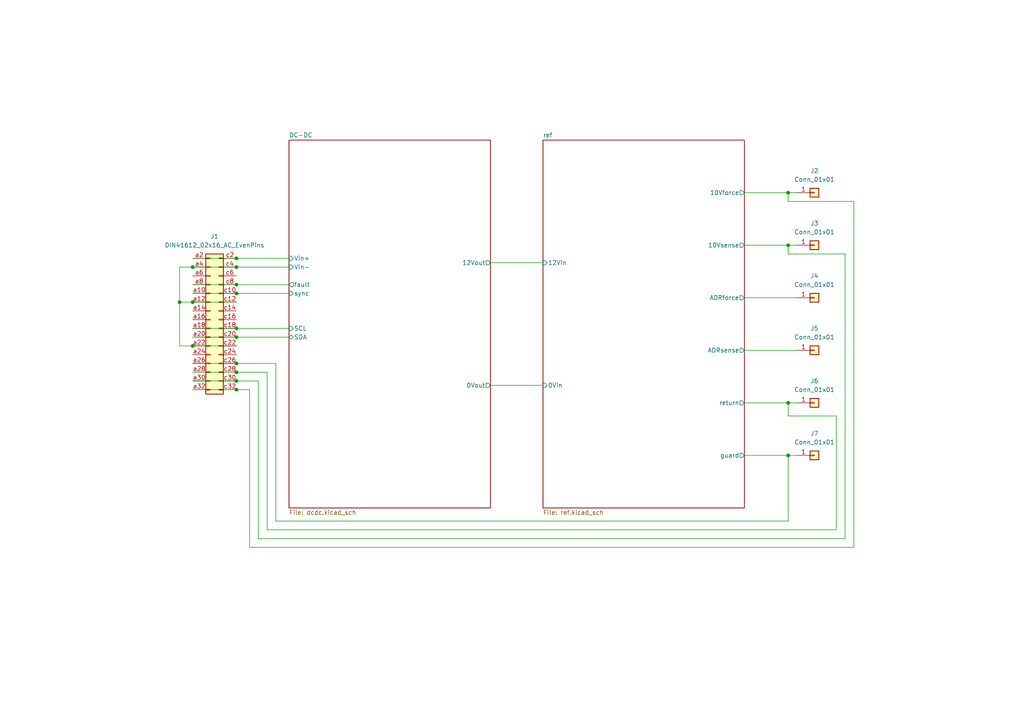
<source format=kicad_sch>
(kicad_sch (version 20211123) (generator eeschema)
  (paper "A4")
  (lib_symbols
    (symbol "Connector:DIN41612_02x16_AC_EvenPins" (pin_names (offset 1.016) hide)
      (property "Reference" "J" (at 1.27 20.32 0))
      (property "Value" "DIN41612_02x16_AC_EvenPins" (at 1.27 -22.86 0))
      (symbol "DIN41612_02x16_AC_EvenPins_1_1"
        (rectangle (start -1.27 -20.193) (end 0 -20.447) (stroke (width 0.1524)))
        (rectangle (start -1.27 -17.653) (end 0 -17.907) (stroke (width 0.1524)))
        (rectangle (start -1.27 -15.113) (end 0 -15.367) (stroke (width 0.1524)))
        (rectangle (start -1.27 -12.573) (end 0 -12.827) (stroke (width 0.1524)))
        (rectangle (start -1.27 -10.033) (end 0 -10.287) (stroke (width 0.1524)))
        (rectangle (start -1.27 -7.493) (end 0 -7.747) (stroke (width 0.1524)))
        (rectangle (start -1.27 -4.953) (end 0 -5.207) (stroke (width 0.1524)))
        (rectangle (start -1.27 -2.413) (end 0 -2.667) (stroke (width 0.1524)))
        (rectangle (start -1.27 0.127) (end 0 -0.127) (stroke (width 0.1524)))
        (rectangle (start -1.27 2.667) (end 0 2.413) (stroke (width 0.1524)))
        (rectangle (start -1.27 5.207) (end 0 4.953) (stroke (width 0.1524)))
        (rectangle (start -1.27 7.747) (end 0 7.493) (stroke (width 0.1524)))
        (rectangle (start -1.27 10.287) (end 0 10.033) (stroke (width 0.1524)))
        (rectangle (start -1.27 12.827) (end 0 12.573) (stroke (width 0.1524)))
        (rectangle (start -1.27 15.367) (end 0 15.113) (stroke (width 0.1524)))
        (rectangle (start -1.27 17.907) (end 0 17.653) (stroke (width 0.1524)))
        (rectangle (start -1.27 19.05) (end 3.81 -21.59) (stroke (width 0.254)) (fill (type background)))
        (rectangle (start 3.81 -20.193) (end 2.54 -20.447) (stroke (width 0.1524)))
        (rectangle (start 3.81 -17.653) (end 2.54 -17.907) (stroke (width 0.1524)))
        (rectangle (start 3.81 -15.113) (end 2.54 -15.367) (stroke (width 0.1524)))
        (rectangle (start 3.81 -12.573) (end 2.54 -12.827) (stroke (width 0.1524)))
        (rectangle (start 3.81 -10.033) (end 2.54 -10.287) (stroke (width 0.1524)))
        (rectangle (start 3.81 -7.493) (end 2.54 -7.747) (stroke (width 0.1524)))
        (rectangle (start 3.81 -4.953) (end 2.54 -5.207) (stroke (width 0.1524)))
        (rectangle (start 3.81 -2.413) (end 2.54 -2.667) (stroke (width 0.1524)))
        (rectangle (start 3.81 0.127) (end 2.54 -0.127) (stroke (width 0.1524)))
        (rectangle (start 3.81 2.667) (end 2.54 2.413) (stroke (width 0.1524)))
        (rectangle (start 3.81 5.207) (end 2.54 4.953) (stroke (width 0.1524)))
        (rectangle (start 3.81 7.747) (end 2.54 7.493) (stroke (width 0.1524)))
        (rectangle (start 3.81 10.287) (end 2.54 10.033) (stroke (width 0.1524)))
        (rectangle (start 3.81 12.827) (end 2.54 12.573) (stroke (width 0.1524)))
        (rectangle (start 3.81 15.367) (end 2.54 15.113) (stroke (width 0.1524)))
        (rectangle (start 3.81 17.907) (end 2.54 17.653) (stroke (width 0.1524)))
        (pin passive line (at -5.08 7.62 0) (length 3.81) (name "Pin_a10") (number "a10"))
        (pin passive line (at -5.08 5.08 0) (length 3.81) (name "Pin_a12") (number "a12"))
        (pin passive line (at -5.08 2.54 0) (length 3.81) (name "Pin_a14") (number "a14"))
        (pin passive line (at -5.08 0 0) (length 3.81) (name "Pin_a16") (number "a16"))
        (pin passive line (at -5.08 -2.54 0) (length 3.81) (name "Pin_a18") (number "a18"))
        (pin passive line (at -5.08 17.78 0) (length 3.81) (name "Pin_a2") (number "a2"))
        (pin passive line (at -5.08 -5.08 0) (length 3.81) (name "Pin_a20") (number "a20"))
        (pin passive line (at -5.08 -7.62 0) (length 3.81) (name "Pin_a22") (number "a22"))
        (pin passive line (at -5.08 -10.16 0) (length 3.81) (name "Pin_a24") (number "a24"))
        (pin passive line (at -5.08 -12.7 0) (length 3.81) (name "Pin_a26") (number "a26"))
        (pin passive line (at -5.08 -15.24 0) (length 3.81) (name "Pin_a28") (number "a28"))
        (pin passive line (at -5.08 -17.78 0) (length 3.81) (name "Pin_a30") (number "a30"))
        (pin passive line (at -5.08 -20.32 0) (length 3.81) (name "Pin_a32") (number "a32"))
        (pin passive line (at -5.08 15.24 0) (length 3.81) (name "Pin_a4") (number "a4"))
        (pin passive line (at -5.08 12.7 0) (length 3.81) (name "Pin_a6") (number "a6"))
        (pin passive line (at -5.08 10.16 0) (length 3.81) (name "Pin_a8") (number "a8"))
        (pin passive line (at 7.62 7.62 180) (length 3.81) (name "Pin_c10") (number "c10"))
        (pin passive line (at 7.62 5.08 180) (length 3.81) (name "Pin_c12") (number "c12"))
        (pin passive line (at 7.62 2.54 180) (length 3.81) (name "Pin_c14") (number "c14"))
        (pin passive line (at 7.62 0 180) (length 3.81) (name "Pin_c16") (number "c16"))
        (pin passive line (at 7.62 -2.54 180) (length 3.81) (name "Pin_c18") (number "c18"))
        (pin passive line (at 7.62 17.78 180) (length 3.81) (name "Pin_c2") (number "c2"))
        (pin passive line (at 7.62 -5.08 180) (length 3.81) (name "Pin_c20") (number "c20"))
        (pin passive line (at 7.62 -7.62 180) (length 3.81) (name "Pin_c22") (number "c22"))
        (pin passive line (at 7.62 -10.16 180) (length 3.81) (name "Pin_c24") (number "c24"))
        (pin passive line (at 7.62 -12.7 180) (length 3.81) (name "Pin_c26") (number "c26"))
        (pin passive line (at 7.62 -15.24 180) (length 3.81) (name "Pin_c28") (number "c28"))
        (pin passive line (at 7.62 -17.78 180) (length 3.81) (name "Pin_c30") (number "c30"))
        (pin passive line (at 7.62 -20.32 180) (length 3.81) (name "Pin_c32") (number "c32"))
        (pin passive line (at 7.62 15.24 180) (length 3.81) (name "Pin_c4") (number "c4"))
        (pin passive line (at 7.62 12.7 180) (length 3.81) (name "Pin_c6") (number "c6"))
        (pin passive line (at 7.62 10.16 180) (length 3.81) (name "Pin_c8") (number "c8"))
      )
    )
    (symbol "Connector_Generic:Conn_01x01" (pin_names (offset 1.016) hide)
      (property "Reference" "J" (at 0 2.54 0))
      (property "Value" "Conn_01x01" (at 0 -2.54 0))
      (symbol "Conn_01x01_1_1"
        (rectangle (start -1.27 0.127) (end 0 -0.127) (stroke (width 0.1524)))
        (rectangle (start -1.27 1.27) (end 1.27 -1.27) (stroke (width 0.254)) (fill (type background)))
        (pin passive line (at -5.08 0 0) (length 3.81) (name "Pin_1") (number "1"))
      )
    )
  )
  (junction (at 68.58 82.55))
  (junction (at 55.88 100.33))
  (junction (at 228.6 71.12))
  (junction (at 68.58 74.93))
  (junction (at 228.6 55.88))
  (junction (at 68.58 97.79))
  (junction (at 52.07 87.63))
  (junction (at 68.58 77.47))
  (junction (at 68.58 107.95))
  (junction (at 55.88 77.47))
  (junction (at 228.6 132.08))
  (junction (at 68.58 105.41))
  (junction (at 68.58 85.09))
  (junction (at 68.58 113.03))
  (junction (at 68.58 110.49))
  (junction (at 228.6 116.84))
  (junction (at 68.58 95.25))
  (junction (at 55.88 87.63))
  (wire (pts (xy 245.11 156.21) (xy 74.93 156.21)))
  (wire (pts (xy 228.6 120.65) (xy 228.6 116.84)))
  (wire (pts (xy 242.57 120.65) (xy 228.6 120.65)))
  (wire (pts (xy 68.58 107.95) (xy 77.47 107.95)))
  (wire (pts (xy 52.07 100.33) (xy 55.88 100.33)))
  (wire (pts (xy 55.88 82.55) (xy 68.58 82.55)))
  (wire (pts (xy 231.14 132.08) (xy 228.6 132.08)))
  (wire (pts (xy 68.58 82.55) (xy 83.82 82.55)))
  (wire (pts (xy 72.39 158.75) (xy 72.39 113.03)))
  (wire (pts (xy 228.6 116.84) (xy 215.9 116.84)))
  (wire (pts (xy 55.88 97.79) (xy 68.58 97.79)))
  (wire (pts (xy 68.58 95.25) (xy 83.82 95.25)))
  (wire (pts (xy 55.88 77.47) (xy 52.07 77.47)))
  (wire (pts (xy 68.58 74.93) (xy 83.82 74.93)))
  (wire (pts (xy 228.6 151.13) (xy 80.01 151.13)))
  (wire (pts (xy 55.88 74.93) (xy 68.58 74.93)))
  (wire (pts (xy 142.24 111.76) (xy 157.48 111.76)))
  (wire (pts (xy 228.6 71.12) (xy 215.9 71.12)))
  (wire (pts (xy 247.65 58.42) (xy 247.65 158.75)))
  (wire (pts (xy 228.6 71.12) (xy 228.6 73.66)))
  (wire (pts (xy 231.14 71.12) (xy 228.6 71.12)))
  (wire (pts (xy 142.24 76.2) (xy 157.48 76.2)))
  (wire (pts (xy 228.6 132.08) (xy 215.9 132.08)))
  (wire (pts (xy 52.07 77.47) (xy 52.07 87.63)))
  (wire (pts (xy 247.65 158.75) (xy 72.39 158.75)))
  (wire (pts (xy 55.88 87.63) (xy 68.58 87.63)))
  (wire (pts (xy 242.57 153.67) (xy 242.57 120.65)))
  (wire (pts (xy 228.6 132.08) (xy 228.6 151.13)))
  (wire (pts (xy 55.88 77.47) (xy 68.58 77.47)))
  (wire (pts (xy 228.6 55.88) (xy 228.6 58.42)))
  (wire (pts (xy 215.9 101.6) (xy 231.14 101.6)))
  (wire (pts (xy 68.58 97.79) (xy 83.82 97.79)))
  (wire (pts (xy 228.6 58.42) (xy 247.65 58.42)))
  (wire (pts (xy 231.14 116.84) (xy 228.6 116.84)))
  (wire (pts (xy 77.47 153.67) (xy 242.57 153.67)))
  (wire (pts (xy 55.88 105.41) (xy 68.58 105.41)))
  (wire (pts (xy 245.11 73.66) (xy 245.11 156.21)))
  (wire (pts (xy 52.07 87.63) (xy 55.88 87.63)))
  (wire (pts (xy 228.6 73.66) (xy 245.11 73.66)))
  (wire (pts (xy 74.93 156.21) (xy 74.93 110.49)))
  (wire (pts (xy 55.88 110.49) (xy 68.58 110.49)))
  (wire (pts (xy 228.6 55.88) (xy 215.9 55.88)))
  (wire (pts (xy 74.93 110.49) (xy 68.58 110.49)))
  (wire (pts (xy 72.39 113.03) (xy 68.58 113.03)))
  (wire (pts (xy 231.14 55.88) (xy 228.6 55.88)))
  (wire (pts (xy 55.88 85.09) (xy 68.58 85.09)))
  (wire (pts (xy 52.07 87.63) (xy 52.07 100.33)))
  (wire (pts (xy 55.88 113.03) (xy 68.58 113.03)))
  (wire (pts (xy 55.88 95.25) (xy 68.58 95.25)))
  (wire (pts (xy 68.58 105.41) (xy 80.01 105.41)))
  (wire (pts (xy 55.88 100.33) (xy 68.58 100.33)))
  (wire (pts (xy 231.14 86.36) (xy 215.9 86.36)))
  (wire (pts (xy 80.01 105.41) (xy 80.01 151.13)))
  (wire (pts (xy 55.88 107.95) (xy 68.58 107.95)))
  (wire (pts (xy 68.58 77.47) (xy 83.82 77.47)))
  (wire (pts (xy 68.58 85.09) (xy 83.82 85.09)))
  (wire (pts (xy 77.47 107.95) (xy 77.47 153.67)))
  (symbol (lib_id "Connector_Generic:Conn_01x01") (at 236.22 86.36 0) (mirror x) (unit 1)
    (property "Reference" "J4" (at 236.22 80.01 0))
    (property "Value" "Conn_01x01" (at 236.22 82.55 0))
    (property "Footprint" "Connector_Wire:SolderWire-1sqmm_1x01_D1.4mm_OD3.9mm" (effects hide))
  )
  (symbol (lib_id "Connector_Generic:Conn_01x01") (at 236.22 116.84 0) (mirror x) (unit 1)
    (property "Reference" "J6" (at 236.22 110.49 0))
    (property "Value" "Conn_01x01" (at 236.22 113.03 0))
    (property "Footprint" "Connector_Wire:SolderWire-1sqmm_1x01_D1.4mm_OD3.9mm" (effects hide))
  )
  (symbol (lib_id "Connector_Generic:Conn_01x01") (at 236.22 71.12 0) (mirror x) (unit 1)
    (property "Reference" "J3" (at 236.22 64.77 0))
    (property "Value" "Conn_01x01" (at 236.22 67.31 0))
    (property "Footprint" "Connector_Wire:SolderWire-1sqmm_1x01_D1.4mm_OD3.9mm" (effects hide))
  )
  (symbol (lib_id "Connector_Generic:Conn_01x01") (at 236.22 101.6 0) (mirror x) (unit 1)
    (property "Reference" "J5" (at 236.22 95.25 0))
    (property "Value" "Conn_01x01" (at 236.22 97.79 0))
    (property "Footprint" "Connector_Wire:SolderWire-1sqmm_1x01_D1.4mm_OD3.9mm" (effects hide))
  )
  (symbol (lib_id "Connector_Generic:Conn_01x01") (at 236.22 55.88 0) (mirror x) (unit 1)
    (property "Reference" "J2" (at 236.22 49.53 0))
    (property "Value" "Conn_01x01" (at 236.22 52.07 0))
    (property "Footprint" "Connector_Wire:SolderWire-1sqmm_1x01_D1.4mm_OD3.9mm" (effects hide))
  )
  (symbol (lib_id "Connector:DIN41612_02x16_AC_EvenPins") (at 60.96 92.71 0) (unit 1)
    (property "Reference" "J1" (at 62.23 68.58 0))
    (property "Value" "DIN41612_02x16_AC_EvenPins" (at 62.23 71.12 0))
    (property "Footprint" "Connector_DIN:DIN41612_D_2x16_Male_Horizontal_THT" (effects hide))
  )
  (symbol (lib_id "Connector_Generic:Conn_01x01") (at 236.22 132.08 0) (mirror x) (unit 1)
    (property "Reference" "J7" (at 236.22 125.73 0))
    (property "Value" "Conn_01x01" (at 236.22 128.27 0))
    (property "Footprint" "Connector_Wire:SolderWire-1sqmm_1x01_D1.4mm_OD3.9mm" (effects hide))
  )
  (sheet (at 157.48 40.64) (size 58.42 106.68) (stroke (width 0.1524))
    (property "Sheet name" "ref" (at 157.48 39.9284 0) (effects (justify left bottom)))
    (property "Sheet file" "ref.kicad_sch" (at 157.48 147.9046 0) (effects (justify left top)))
    (pin "10Vforce" output (at 215.9 55.88 0))
    (pin "10Vsense" output (at 215.9 71.12 0))
    (pin "guard" output (at 215.9 132.08 0))
    (pin "ADRsense" output (at 215.9 101.6 0))
    (pin "return" output (at 215.9 116.84 0))
    (pin "ADRforce" output (at 215.9 86.36 0))
    (pin "12Vin" input (at 157.48 76.2 180))
    (pin "0Vin" input (at 157.48 111.76 180))
  )
  (sheet (at 83.82 40.64) (size 58.42 106.68) (stroke (width 0.1524))
    (property "Sheet name" "DC-DC" (at 83.82 39.9284 0) (effects (justify left bottom)))
    (property "Sheet file" "dcdc.kicad_sch" (at 83.82 147.9046 0) (effects (justify left top)))
    (pin "12Vout" output (at 142.24 76.2 0))
    (pin "0Vout" output (at 142.24 111.76 0))
    (pin "Vin+" input (at 83.82 74.93 180))
    (pin "Vin-" input (at 83.82 77.47 180))
    (pin "SCL" input (at 83.82 95.25 180))
    (pin "SDA" bidirectional (at 83.82 97.79 180))
    (pin "fault" output (at 83.82 82.55 180))
    (pin "sync" input (at 83.82 85.09 180))
  )
)
</source>
